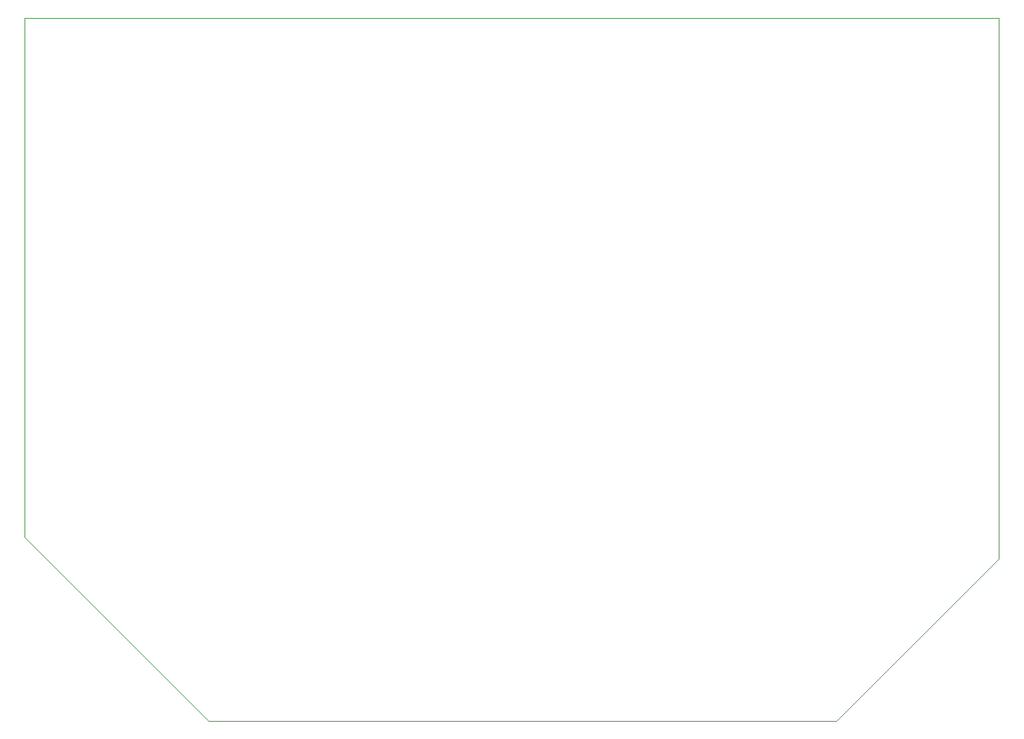
<source format=gbr>
%TF.GenerationSoftware,KiCad,Pcbnew,6.0.2+dfsg-1*%
%TF.CreationDate,2023-07-31T10:29:00-05:00*%
%TF.ProjectId,DrumBrain,4472756d-4272-4616-996e-2e6b69636164,rev?*%
%TF.SameCoordinates,Original*%
%TF.FileFunction,Profile,NP*%
%FSLAX46Y46*%
G04 Gerber Fmt 4.6, Leading zero omitted, Abs format (unit mm)*
G04 Created by KiCad (PCBNEW 6.0.2+dfsg-1) date 2023-07-31 10:29:00*
%MOMM*%
%LPD*%
G01*
G04 APERTURE LIST*
%TA.AperFunction,Profile*%
%ADD10C,0.100000*%
%TD*%
G04 APERTURE END LIST*
D10*
X203200000Y-123190000D02*
X184150000Y-142240000D01*
X184150000Y-142240000D02*
X110490000Y-142240000D01*
X110490000Y-142240000D02*
X88900000Y-120650000D01*
X88900000Y-120650000D02*
X88900000Y-59690000D01*
X88900000Y-59690000D02*
X203200000Y-59690000D01*
X203200000Y-59690000D02*
X203200000Y-123190000D01*
M02*

</source>
